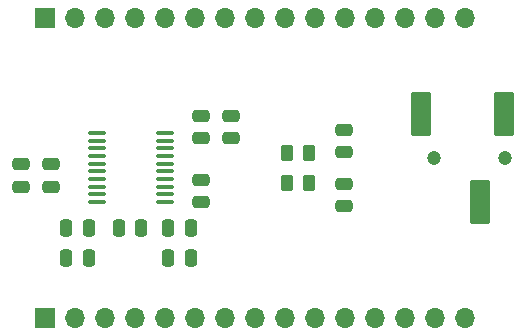
<source format=gbr>
%TF.GenerationSoftware,KiCad,Pcbnew,7.0.9*%
%TF.CreationDate,2023-12-17T12:43:31-08:00*%
%TF.ProjectId,bt_aux,62745f61-7578-42e6-9b69-6361645f7063,rev?*%
%TF.SameCoordinates,Original*%
%TF.FileFunction,Soldermask,Top*%
%TF.FilePolarity,Negative*%
%FSLAX46Y46*%
G04 Gerber Fmt 4.6, Leading zero omitted, Abs format (unit mm)*
G04 Created by KiCad (PCBNEW 7.0.9) date 2023-12-17 12:43:31*
%MOMM*%
%LPD*%
G01*
G04 APERTURE LIST*
G04 Aperture macros list*
%AMRoundRect*
0 Rectangle with rounded corners*
0 $1 Rounding radius*
0 $2 $3 $4 $5 $6 $7 $8 $9 X,Y pos of 4 corners*
0 Add a 4 corners polygon primitive as box body*
4,1,4,$2,$3,$4,$5,$6,$7,$8,$9,$2,$3,0*
0 Add four circle primitives for the rounded corners*
1,1,$1+$1,$2,$3*
1,1,$1+$1,$4,$5*
1,1,$1+$1,$6,$7*
1,1,$1+$1,$8,$9*
0 Add four rect primitives between the rounded corners*
20,1,$1+$1,$2,$3,$4,$5,0*
20,1,$1+$1,$4,$5,$6,$7,0*
20,1,$1+$1,$6,$7,$8,$9,0*
20,1,$1+$1,$8,$9,$2,$3,0*%
G04 Aperture macros list end*
%ADD10RoundRect,0.250000X0.475000X-0.250000X0.475000X0.250000X-0.475000X0.250000X-0.475000X-0.250000X0*%
%ADD11RoundRect,0.250000X-0.475000X0.250000X-0.475000X-0.250000X0.475000X-0.250000X0.475000X0.250000X0*%
%ADD12C,1.200000*%
%ADD13RoundRect,0.102000X0.750000X1.750000X-0.750000X1.750000X-0.750000X-1.750000X0.750000X-1.750000X0*%
%ADD14RoundRect,0.250000X-0.262500X-0.450000X0.262500X-0.450000X0.262500X0.450000X-0.262500X0.450000X0*%
%ADD15RoundRect,0.250000X0.250000X0.475000X-0.250000X0.475000X-0.250000X-0.475000X0.250000X-0.475000X0*%
%ADD16R,1.700000X1.700000*%
%ADD17O,1.700000X1.700000*%
%ADD18RoundRect,0.250000X-0.250000X-0.475000X0.250000X-0.475000X0.250000X0.475000X-0.250000X0.475000X0*%
%ADD19RoundRect,0.100000X0.637500X0.100000X-0.637500X0.100000X-0.637500X-0.100000X0.637500X-0.100000X0*%
G04 APERTURE END LIST*
D10*
%TO.C,C8*%
X153035000Y-102820000D03*
X153035000Y-100920000D03*
%TD*%
D11*
%TO.C,C13*%
X140970000Y-105156000D03*
X140970000Y-107056000D03*
%TD*%
D12*
%TO.C,J3*%
X166692000Y-103310000D03*
X160692000Y-103310000D03*
D13*
X164592000Y-107060000D03*
X166592000Y-99560000D03*
X159592000Y-99560000D03*
%TD*%
D14*
%TO.C,R1*%
X148275000Y-105410000D03*
X150100000Y-105410000D03*
%TD*%
D15*
%TO.C,C15*%
X131445000Y-111760000D03*
X129545000Y-111760000D03*
%TD*%
D10*
%TO.C,C10*%
X125730000Y-105735000D03*
X125730000Y-103835000D03*
%TD*%
D16*
%TO.C,J1*%
X127762000Y-116840000D03*
D17*
X130302000Y-116840000D03*
X132842000Y-116840000D03*
X135382000Y-116840000D03*
X137922000Y-116840000D03*
X140462000Y-116840000D03*
X143002000Y-116840000D03*
X145542000Y-116840000D03*
X148082000Y-116840000D03*
X150622000Y-116840000D03*
X153162000Y-116840000D03*
X155702000Y-116840000D03*
X158242000Y-116840000D03*
X160782000Y-116840000D03*
X163322000Y-116840000D03*
%TD*%
D18*
%TO.C,C17*%
X138176000Y-111760000D03*
X140076000Y-111760000D03*
%TD*%
D11*
%TO.C,C7*%
X153035000Y-105460000D03*
X153035000Y-107360000D03*
%TD*%
D10*
%TO.C,C12*%
X143510000Y-101600000D03*
X143510000Y-99700000D03*
%TD*%
%TO.C,C11*%
X140970000Y-101600000D03*
X140970000Y-99700000D03*
%TD*%
D19*
%TO.C,U1*%
X137912500Y-107035000D03*
X137912500Y-106385000D03*
X137912500Y-105735000D03*
X137912500Y-105085000D03*
X137912500Y-104435000D03*
X137912500Y-103785000D03*
X137912500Y-103135000D03*
X137912500Y-102485000D03*
X137912500Y-101835000D03*
X137912500Y-101185000D03*
X132187500Y-101185000D03*
X132187500Y-101835000D03*
X132187500Y-102485000D03*
X132187500Y-103135000D03*
X132187500Y-103785000D03*
X132187500Y-104435000D03*
X132187500Y-105085000D03*
X132187500Y-105735000D03*
X132187500Y-106385000D03*
X132187500Y-107035000D03*
%TD*%
D15*
%TO.C,C14*%
X131445000Y-109220000D03*
X129545000Y-109220000D03*
%TD*%
D14*
%TO.C,R2*%
X148275000Y-102870000D03*
X150100000Y-102870000D03*
%TD*%
D15*
%TO.C,C18*%
X135890000Y-109220000D03*
X133990000Y-109220000D03*
%TD*%
D18*
%TO.C,C16*%
X138176000Y-109220000D03*
X140076000Y-109220000D03*
%TD*%
D10*
%TO.C,C9*%
X128270000Y-105735000D03*
X128270000Y-103835000D03*
%TD*%
D16*
%TO.C,J2*%
X127762000Y-91440000D03*
D17*
X130302000Y-91440000D03*
X132842000Y-91440000D03*
X135382000Y-91440000D03*
X137922000Y-91440000D03*
X140462000Y-91440000D03*
X143002000Y-91440000D03*
X145542000Y-91440000D03*
X148082000Y-91440000D03*
X150622000Y-91440000D03*
X153162000Y-91440000D03*
X155702000Y-91440000D03*
X158242000Y-91440000D03*
X160782000Y-91440000D03*
X163322000Y-91440000D03*
%TD*%
M02*

</source>
